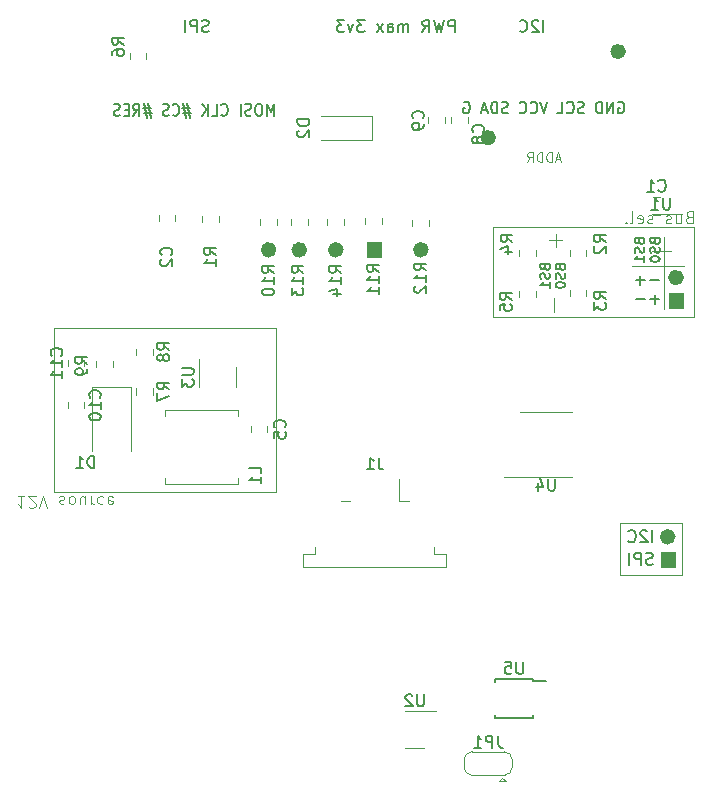
<source format=gbr>
%TF.GenerationSoftware,KiCad,Pcbnew,6.0.11+dfsg-1~bpo11+1*%
%TF.CreationDate,2023-05-27T18:01:48+00:00*%
%TF.ProjectId,OLED01,4f4c4544-3031-42e6-9b69-6361645f7063,rev?*%
%TF.SameCoordinates,PX72ba1e0PY737d6e0*%
%TF.FileFunction,Legend,Bot*%
%TF.FilePolarity,Positive*%
%FSLAX46Y46*%
G04 Gerber Fmt 4.6, Leading zero omitted, Abs format (unit mm)*
G04 Created by KiCad (PCBNEW 6.0.11+dfsg-1~bpo11+1) date 2023-05-27 18:01:48*
%MOMM*%
%LPD*%
G01*
G04 APERTURE LIST*
%ADD10C,0.120000*%
%ADD11C,0.660000*%
%ADD12C,0.100000*%
%ADD13C,0.150000*%
G04 APERTURE END LIST*
D10*
X50700000Y19800000D02*
X49500000Y19800000D01*
X49500000Y19800000D02*
X49500000Y18500000D01*
X49500000Y18500000D02*
X50700000Y18500000D01*
X50700000Y18500000D02*
X50700000Y19800000D01*
G36*
X50700000Y19800000D02*
G01*
X49500000Y19800000D01*
X49500000Y18500000D01*
X50700000Y18500000D01*
X50700000Y19800000D01*
G37*
D11*
X16630000Y45400000D02*
G75*
G03*
X16630000Y45400000I-330000J0D01*
G01*
D10*
X25800000Y46050000D02*
X24600000Y46050000D01*
X24600000Y46050000D02*
X24600000Y44750000D01*
X24600000Y44750000D02*
X25800000Y44750000D01*
X25800000Y44750000D02*
X25800000Y46050000D01*
G36*
X25800000Y46050000D02*
G01*
X24600000Y46050000D01*
X24600000Y44750000D01*
X25800000Y44750000D01*
X25800000Y46050000D01*
G37*
X52300000Y47300000D02*
X35300000Y47300000D01*
X35300000Y47300000D02*
X35300000Y39700000D01*
X35300000Y39700000D02*
X52300000Y39700000D01*
X52300000Y39700000D02*
X52300000Y47300000D01*
X49800000Y46500000D02*
X49800000Y40400000D01*
X-1875000Y24900000D02*
X16900000Y24900000D01*
X16900000Y24900000D02*
X16900000Y38800000D01*
X16900000Y38800000D02*
X-1875000Y38800000D01*
X-1875000Y38800000D02*
X-1875000Y24900000D01*
D11*
X46230000Y62200000D02*
G75*
G03*
X46230000Y62200000I-330000J0D01*
G01*
D10*
X51400000Y41750000D02*
X50200000Y41750000D01*
X50200000Y41750000D02*
X50200000Y40450000D01*
X50200000Y40450000D02*
X51400000Y40450000D01*
X51400000Y40450000D02*
X51400000Y41750000D01*
G36*
X51400000Y41750000D02*
G01*
X50200000Y41750000D01*
X50200000Y40450000D01*
X51400000Y40450000D01*
X51400000Y41750000D01*
G37*
X51300000Y22300000D02*
X46100000Y22300000D01*
X46100000Y22300000D02*
X46100000Y17900000D01*
X46100000Y17900000D02*
X51300000Y17900000D01*
X51300000Y17900000D02*
X51300000Y22300000D01*
D11*
X35230000Y54900000D02*
G75*
G03*
X35230000Y54900000I-330000J0D01*
G01*
X22330000Y45400000D02*
G75*
G03*
X22330000Y45400000I-330000J0D01*
G01*
X19230000Y45400000D02*
G75*
G03*
X19230000Y45400000I-330000J0D01*
G01*
X51130000Y43050000D02*
G75*
G03*
X51130000Y43050000I-330000J0D01*
G01*
X50430000Y21100000D02*
G75*
G03*
X50430000Y21100000I-330000J0D01*
G01*
X29530000Y45400000D02*
G75*
G03*
X29530000Y45400000I-330000J0D01*
G01*
D10*
X51500000Y44000000D02*
X47100000Y44000000D01*
D12*
X51900000Y48171429D02*
X51757142Y48123810D01*
X51709523Y48076191D01*
X51661904Y47980953D01*
X51661904Y47838096D01*
X51709523Y47742858D01*
X51757142Y47695239D01*
X51852380Y47647620D01*
X52233333Y47647620D01*
X52233333Y48647620D01*
X51900000Y48647620D01*
X51804761Y48600000D01*
X51757142Y48552381D01*
X51709523Y48457143D01*
X51709523Y48361905D01*
X51757142Y48266667D01*
X51804761Y48219048D01*
X51900000Y48171429D01*
X52233333Y48171429D01*
X50804761Y48314286D02*
X50804761Y47647620D01*
X51233333Y48314286D02*
X51233333Y47790477D01*
X51185714Y47695239D01*
X51090476Y47647620D01*
X50947619Y47647620D01*
X50852380Y47695239D01*
X50804761Y47742858D01*
X50376190Y47695239D02*
X50280952Y47647620D01*
X50090476Y47647620D01*
X49995238Y47695239D01*
X49947619Y47790477D01*
X49947619Y47838096D01*
X49995238Y47933334D01*
X50090476Y47980953D01*
X50233333Y47980953D01*
X50328571Y48028572D01*
X50376190Y48123810D01*
X50376190Y48171429D01*
X50328571Y48266667D01*
X50233333Y48314286D01*
X50090476Y48314286D01*
X49995238Y48266667D01*
X48804761Y47695239D02*
X48709523Y47647620D01*
X48519047Y47647620D01*
X48423809Y47695239D01*
X48376190Y47790477D01*
X48376190Y47838096D01*
X48423809Y47933334D01*
X48519047Y47980953D01*
X48661904Y47980953D01*
X48757142Y48028572D01*
X48804761Y48123810D01*
X48804761Y48171429D01*
X48757142Y48266667D01*
X48661904Y48314286D01*
X48519047Y48314286D01*
X48423809Y48266667D01*
X47566666Y47695239D02*
X47661904Y47647620D01*
X47852380Y47647620D01*
X47947619Y47695239D01*
X47995238Y47790477D01*
X47995238Y48171429D01*
X47947619Y48266667D01*
X47852380Y48314286D01*
X47661904Y48314286D01*
X47566666Y48266667D01*
X47519047Y48171429D01*
X47519047Y48076191D01*
X47995238Y47980953D01*
X46947619Y47647620D02*
X47042857Y47695239D01*
X47090476Y47790477D01*
X47090476Y48647620D01*
X46566666Y47742858D02*
X46519047Y47695239D01*
X46566666Y47647620D01*
X46614285Y47695239D01*
X46566666Y47742858D01*
X46566666Y47647620D01*
D13*
X45900000Y57900000D02*
X45985714Y57947620D01*
X46114285Y57947620D01*
X46242857Y57900000D01*
X46328571Y57804762D01*
X46371428Y57709524D01*
X46414285Y57519048D01*
X46414285Y57376191D01*
X46371428Y57185715D01*
X46328571Y57090477D01*
X46242857Y56995239D01*
X46114285Y56947620D01*
X46028571Y56947620D01*
X45900000Y56995239D01*
X45857142Y57042858D01*
X45857142Y57376191D01*
X46028571Y57376191D01*
X45471428Y56947620D02*
X45471428Y57947620D01*
X44957142Y56947620D01*
X44957142Y57947620D01*
X44528571Y56947620D02*
X44528571Y57947620D01*
X44314285Y57947620D01*
X44185714Y57900000D01*
X44100000Y57804762D01*
X44057142Y57709524D01*
X44014285Y57519048D01*
X44014285Y57376191D01*
X44057142Y57185715D01*
X44100000Y57090477D01*
X44185714Y56995239D01*
X44314285Y56947620D01*
X44528571Y56947620D01*
X42985714Y56995239D02*
X42857142Y56947620D01*
X42642857Y56947620D01*
X42557142Y56995239D01*
X42514285Y57042858D01*
X42471428Y57138096D01*
X42471428Y57233334D01*
X42514285Y57328572D01*
X42557142Y57376191D01*
X42642857Y57423810D01*
X42814285Y57471429D01*
X42900000Y57519048D01*
X42942857Y57566667D01*
X42985714Y57661905D01*
X42985714Y57757143D01*
X42942857Y57852381D01*
X42900000Y57900000D01*
X42814285Y57947620D01*
X42600000Y57947620D01*
X42471428Y57900000D01*
X41571428Y57042858D02*
X41614285Y56995239D01*
X41742857Y56947620D01*
X41828571Y56947620D01*
X41957142Y56995239D01*
X42042857Y57090477D01*
X42085714Y57185715D01*
X42128571Y57376191D01*
X42128571Y57519048D01*
X42085714Y57709524D01*
X42042857Y57804762D01*
X41957142Y57900000D01*
X41828571Y57947620D01*
X41742857Y57947620D01*
X41614285Y57900000D01*
X41571428Y57852381D01*
X40757142Y56947620D02*
X41185714Y56947620D01*
X41185714Y57947620D01*
X39900000Y57947620D02*
X39600000Y56947620D01*
X39300000Y57947620D01*
X38485714Y57042858D02*
X38528571Y56995239D01*
X38657142Y56947620D01*
X38742857Y56947620D01*
X38871428Y56995239D01*
X38957142Y57090477D01*
X39000000Y57185715D01*
X39042857Y57376191D01*
X39042857Y57519048D01*
X39000000Y57709524D01*
X38957142Y57804762D01*
X38871428Y57900000D01*
X38742857Y57947620D01*
X38657142Y57947620D01*
X38528571Y57900000D01*
X38485714Y57852381D01*
X37585714Y57042858D02*
X37628571Y56995239D01*
X37757142Y56947620D01*
X37842857Y56947620D01*
X37971428Y56995239D01*
X38057142Y57090477D01*
X38100000Y57185715D01*
X38142857Y57376191D01*
X38142857Y57519048D01*
X38100000Y57709524D01*
X38057142Y57804762D01*
X37971428Y57900000D01*
X37842857Y57947620D01*
X37757142Y57947620D01*
X37628571Y57900000D01*
X37585714Y57852381D01*
X36557142Y56995239D02*
X36428571Y56947620D01*
X36214285Y56947620D01*
X36128571Y56995239D01*
X36085714Y57042858D01*
X36042857Y57138096D01*
X36042857Y57233334D01*
X36085714Y57328572D01*
X36128571Y57376191D01*
X36214285Y57423810D01*
X36385714Y57471429D01*
X36471428Y57519048D01*
X36514285Y57566667D01*
X36557142Y57661905D01*
X36557142Y57757143D01*
X36514285Y57852381D01*
X36471428Y57900000D01*
X36385714Y57947620D01*
X36171428Y57947620D01*
X36042857Y57900000D01*
X35657142Y56947620D02*
X35657142Y57947620D01*
X35442857Y57947620D01*
X35314285Y57900000D01*
X35228571Y57804762D01*
X35185714Y57709524D01*
X35142857Y57519048D01*
X35142857Y57376191D01*
X35185714Y57185715D01*
X35228571Y57090477D01*
X35314285Y56995239D01*
X35442857Y56947620D01*
X35657142Y56947620D01*
X34800000Y57233334D02*
X34371428Y57233334D01*
X34885714Y56947620D02*
X34585714Y57947620D01*
X34285714Y56947620D01*
X32828571Y57900000D02*
X32914285Y57947620D01*
X33042857Y57947620D01*
X33171428Y57900000D01*
X33257142Y57804762D01*
X33300000Y57709524D01*
X33342857Y57519048D01*
X33342857Y57376191D01*
X33300000Y57185715D01*
X33257142Y57090477D01*
X33171428Y56995239D01*
X33042857Y56947620D01*
X32957142Y56947620D01*
X32828571Y56995239D01*
X32785714Y57042858D01*
X32785714Y57376191D01*
X32957142Y57376191D01*
X11223809Y63895239D02*
X11080952Y63847620D01*
X10842857Y63847620D01*
X10747619Y63895239D01*
X10700000Y63942858D01*
X10652380Y64038096D01*
X10652380Y64133334D01*
X10700000Y64228572D01*
X10747619Y64276191D01*
X10842857Y64323810D01*
X11033333Y64371429D01*
X11128571Y64419048D01*
X11176190Y64466667D01*
X11223809Y64561905D01*
X11223809Y64657143D01*
X11176190Y64752381D01*
X11128571Y64800000D01*
X11033333Y64847620D01*
X10795238Y64847620D01*
X10652380Y64800000D01*
X10223809Y63847620D02*
X10223809Y64847620D01*
X9842857Y64847620D01*
X9747619Y64800000D01*
X9700000Y64752381D01*
X9652380Y64657143D01*
X9652380Y64514286D01*
X9700000Y64419048D01*
X9747619Y64371429D01*
X9842857Y64323810D01*
X10223809Y64323810D01*
X9223809Y63847620D02*
X9223809Y64847620D01*
D12*
X-4376191Y24552381D02*
X-4947620Y24552381D01*
X-4661905Y24552381D02*
X-4661905Y23552381D01*
X-4757143Y23695239D01*
X-4852381Y23790477D01*
X-4947620Y23838096D01*
X-3995239Y23647620D02*
X-3947620Y23600000D01*
X-3852381Y23552381D01*
X-3614286Y23552381D01*
X-3519048Y23600000D01*
X-3471429Y23647620D01*
X-3423810Y23742858D01*
X-3423810Y23838096D01*
X-3471429Y23980953D01*
X-4042858Y24552381D01*
X-3423810Y24552381D01*
X-3138096Y23552381D02*
X-2804762Y24552381D01*
X-2471429Y23552381D01*
X-1423810Y24504762D02*
X-1328572Y24552381D01*
X-1138096Y24552381D01*
X-1042858Y24504762D01*
X-995239Y24409524D01*
X-995239Y24361905D01*
X-1042858Y24266667D01*
X-1138096Y24219048D01*
X-1280953Y24219048D01*
X-1376191Y24171429D01*
X-1423810Y24076191D01*
X-1423810Y24028572D01*
X-1376191Y23933334D01*
X-1280953Y23885715D01*
X-1138096Y23885715D01*
X-1042858Y23933334D01*
X-423810Y24552381D02*
X-519048Y24504762D01*
X-566667Y24457143D01*
X-614286Y24361905D01*
X-614286Y24076191D01*
X-566667Y23980953D01*
X-519048Y23933334D01*
X-423810Y23885715D01*
X-280953Y23885715D01*
X-185715Y23933334D01*
X-138096Y23980953D01*
X-90477Y24076191D01*
X-90477Y24361905D01*
X-138096Y24457143D01*
X-185715Y24504762D01*
X-280953Y24552381D01*
X-423810Y24552381D01*
X766666Y23885715D02*
X766666Y24552381D01*
X338095Y23885715D02*
X338095Y24409524D01*
X385714Y24504762D01*
X480952Y24552381D01*
X623809Y24552381D01*
X719047Y24504762D01*
X766666Y24457143D01*
X1242857Y24552381D02*
X1242857Y23885715D01*
X1242857Y24076191D02*
X1290476Y23980953D01*
X1338095Y23933334D01*
X1433333Y23885715D01*
X1528571Y23885715D01*
X2290476Y24504762D02*
X2195238Y24552381D01*
X2004761Y24552381D01*
X1909523Y24504762D01*
X1861904Y24457143D01*
X1814285Y24361905D01*
X1814285Y24076191D01*
X1861904Y23980953D01*
X1909523Y23933334D01*
X2004761Y23885715D01*
X2195238Y23885715D01*
X2290476Y23933334D01*
X3100000Y24504762D02*
X3004761Y24552381D01*
X2814285Y24552381D01*
X2719047Y24504762D01*
X2671428Y24409524D01*
X2671428Y24028572D01*
X2719047Y23933334D01*
X2814285Y23885715D01*
X3004761Y23885715D01*
X3100000Y23933334D01*
X3147619Y24028572D01*
X3147619Y24123810D01*
X2671428Y24219048D01*
D13*
X32052380Y63847620D02*
X32052380Y64847620D01*
X31671428Y64847620D01*
X31576190Y64800000D01*
X31528571Y64752381D01*
X31480952Y64657143D01*
X31480952Y64514286D01*
X31528571Y64419048D01*
X31576190Y64371429D01*
X31671428Y64323810D01*
X32052380Y64323810D01*
X31147619Y64847620D02*
X30909523Y63847620D01*
X30719047Y64561905D01*
X30528571Y63847620D01*
X30290476Y64847620D01*
X29338095Y63847620D02*
X29671428Y64323810D01*
X29909523Y63847620D02*
X29909523Y64847620D01*
X29528571Y64847620D01*
X29433333Y64800000D01*
X29385714Y64752381D01*
X29338095Y64657143D01*
X29338095Y64514286D01*
X29385714Y64419048D01*
X29433333Y64371429D01*
X29528571Y64323810D01*
X29909523Y64323810D01*
X28147619Y63847620D02*
X28147619Y64514286D01*
X28147619Y64419048D02*
X28100000Y64466667D01*
X28004761Y64514286D01*
X27861904Y64514286D01*
X27766666Y64466667D01*
X27719047Y64371429D01*
X27719047Y63847620D01*
X27719047Y64371429D02*
X27671428Y64466667D01*
X27576190Y64514286D01*
X27433333Y64514286D01*
X27338095Y64466667D01*
X27290476Y64371429D01*
X27290476Y63847620D01*
X26385714Y63847620D02*
X26385714Y64371429D01*
X26433333Y64466667D01*
X26528571Y64514286D01*
X26719047Y64514286D01*
X26814285Y64466667D01*
X26385714Y63895239D02*
X26480952Y63847620D01*
X26719047Y63847620D01*
X26814285Y63895239D01*
X26861904Y63990477D01*
X26861904Y64085715D01*
X26814285Y64180953D01*
X26719047Y64228572D01*
X26480952Y64228572D01*
X26385714Y64276191D01*
X26004761Y63847620D02*
X25480952Y64514286D01*
X26004761Y64514286D02*
X25480952Y63847620D01*
X24433333Y64847620D02*
X23814285Y64847620D01*
X24147619Y64466667D01*
X24004761Y64466667D01*
X23909523Y64419048D01*
X23861904Y64371429D01*
X23814285Y64276191D01*
X23814285Y64038096D01*
X23861904Y63942858D01*
X23909523Y63895239D01*
X24004761Y63847620D01*
X24290476Y63847620D01*
X24385714Y63895239D01*
X24433333Y63942858D01*
X23480952Y64514286D02*
X23242857Y63847620D01*
X23004761Y64514286D01*
X22719047Y64847620D02*
X22100000Y64847620D01*
X22433333Y64466667D01*
X22290476Y64466667D01*
X22195238Y64419048D01*
X22147619Y64371429D01*
X22100000Y64276191D01*
X22100000Y64038096D01*
X22147619Y63942858D01*
X22195238Y63895239D01*
X22290476Y63847620D01*
X22576190Y63847620D01*
X22671428Y63895239D01*
X22719047Y63942858D01*
X47698857Y46104762D02*
X47736952Y45990477D01*
X47775047Y45952381D01*
X47851238Y45914286D01*
X47965523Y45914286D01*
X48041714Y45952381D01*
X48079809Y45990477D01*
X48117904Y46066667D01*
X48117904Y46371429D01*
X47317904Y46371429D01*
X47317904Y46104762D01*
X47356000Y46028572D01*
X47394095Y45990477D01*
X47470285Y45952381D01*
X47546476Y45952381D01*
X47622666Y45990477D01*
X47660761Y46028572D01*
X47698857Y46104762D01*
X47698857Y46371429D01*
X48079809Y45609524D02*
X48117904Y45495239D01*
X48117904Y45304762D01*
X48079809Y45228572D01*
X48041714Y45190477D01*
X47965523Y45152381D01*
X47889333Y45152381D01*
X47813142Y45190477D01*
X47775047Y45228572D01*
X47736952Y45304762D01*
X47698857Y45457143D01*
X47660761Y45533334D01*
X47622666Y45571429D01*
X47546476Y45609524D01*
X47470285Y45609524D01*
X47394095Y45571429D01*
X47356000Y45533334D01*
X47317904Y45457143D01*
X47317904Y45266667D01*
X47356000Y45152381D01*
X48117904Y44390477D02*
X48117904Y44847620D01*
X48117904Y44619048D02*
X47317904Y44619048D01*
X47432190Y44695239D01*
X47508380Y44771429D01*
X47546476Y44847620D01*
X48986857Y46104762D02*
X49024952Y45990477D01*
X49063047Y45952381D01*
X49139238Y45914286D01*
X49253523Y45914286D01*
X49329714Y45952381D01*
X49367809Y45990477D01*
X49405904Y46066667D01*
X49405904Y46371429D01*
X48605904Y46371429D01*
X48605904Y46104762D01*
X48644000Y46028572D01*
X48682095Y45990477D01*
X48758285Y45952381D01*
X48834476Y45952381D01*
X48910666Y45990477D01*
X48948761Y46028572D01*
X48986857Y46104762D01*
X48986857Y46371429D01*
X49367809Y45609524D02*
X49405904Y45495239D01*
X49405904Y45304762D01*
X49367809Y45228572D01*
X49329714Y45190477D01*
X49253523Y45152381D01*
X49177333Y45152381D01*
X49101142Y45190477D01*
X49063047Y45228572D01*
X49024952Y45304762D01*
X48986857Y45457143D01*
X48948761Y45533334D01*
X48910666Y45571429D01*
X48834476Y45609524D01*
X48758285Y45609524D01*
X48682095Y45571429D01*
X48644000Y45533334D01*
X48605904Y45457143D01*
X48605904Y45266667D01*
X48644000Y45152381D01*
X48605904Y44657143D02*
X48605904Y44580953D01*
X48644000Y44504762D01*
X48682095Y44466667D01*
X48758285Y44428572D01*
X48910666Y44390477D01*
X49101142Y44390477D01*
X49253523Y44428572D01*
X49329714Y44466667D01*
X49367809Y44504762D01*
X49405904Y44580953D01*
X49405904Y44657143D01*
X49367809Y44733334D01*
X49329714Y44771429D01*
X49253523Y44809524D01*
X49101142Y44847620D01*
X48910666Y44847620D01*
X48758285Y44809524D01*
X48682095Y44771429D01*
X48644000Y44733334D01*
X48605904Y44657143D01*
D12*
X40990476Y53066667D02*
X40609523Y53066667D01*
X41066666Y52838096D02*
X40800000Y53638096D01*
X40533333Y52838096D01*
X40266666Y52838096D02*
X40266666Y53638096D01*
X40076190Y53638096D01*
X39961904Y53600000D01*
X39885714Y53523810D01*
X39847619Y53447620D01*
X39809523Y53295239D01*
X39809523Y53180953D01*
X39847619Y53028572D01*
X39885714Y52952381D01*
X39961904Y52876191D01*
X40076190Y52838096D01*
X40266666Y52838096D01*
X39466666Y52838096D02*
X39466666Y53638096D01*
X39276190Y53638096D01*
X39161904Y53600000D01*
X39085714Y53523810D01*
X39047619Y53447620D01*
X39009523Y53295239D01*
X39009523Y53180953D01*
X39047619Y53028572D01*
X39085714Y52952381D01*
X39161904Y52876191D01*
X39276190Y52838096D01*
X39466666Y52838096D01*
X38209523Y52838096D02*
X38476190Y53219048D01*
X38666666Y52838096D02*
X38666666Y53638096D01*
X38361904Y53638096D01*
X38285714Y53600000D01*
X38247619Y53561905D01*
X38209523Y53485715D01*
X38209523Y53371429D01*
X38247619Y53295239D01*
X38285714Y53257143D01*
X38361904Y53219048D01*
X38666666Y53219048D01*
D13*
X48776190Y20647620D02*
X48776190Y21647620D01*
X48347619Y21552381D02*
X48300000Y21600000D01*
X48204761Y21647620D01*
X47966666Y21647620D01*
X47871428Y21600000D01*
X47823809Y21552381D01*
X47776190Y21457143D01*
X47776190Y21361905D01*
X47823809Y21219048D01*
X48395238Y20647620D01*
X47776190Y20647620D01*
X46776190Y20742858D02*
X46823809Y20695239D01*
X46966666Y20647620D01*
X47061904Y20647620D01*
X47204761Y20695239D01*
X47300000Y20790477D01*
X47347619Y20885715D01*
X47395238Y21076191D01*
X47395238Y21219048D01*
X47347619Y21409524D01*
X47300000Y21504762D01*
X47204761Y21600000D01*
X47061904Y21647620D01*
X46966666Y21647620D01*
X46823809Y21600000D01*
X46776190Y21552381D01*
D12*
X40507142Y41271429D02*
X40507142Y40128572D01*
X40607142Y46771429D02*
X40607142Y45628572D01*
X41178571Y46200000D02*
X40035714Y46200000D01*
D13*
X39576190Y63847620D02*
X39576190Y64847620D01*
X39147619Y64752381D02*
X39100000Y64800000D01*
X39004761Y64847620D01*
X38766666Y64847620D01*
X38671428Y64800000D01*
X38623809Y64752381D01*
X38576190Y64657143D01*
X38576190Y64561905D01*
X38623809Y64419048D01*
X39195238Y63847620D01*
X38576190Y63847620D01*
X37576190Y63942858D02*
X37623809Y63895239D01*
X37766666Y63847620D01*
X37861904Y63847620D01*
X38004761Y63895239D01*
X38100000Y63990477D01*
X38147619Y64085715D01*
X38195238Y64276191D01*
X38195238Y64419048D01*
X38147619Y64609524D01*
X38100000Y64704762D01*
X38004761Y64800000D01*
X37861904Y64847620D01*
X37766666Y64847620D01*
X37623809Y64800000D01*
X37576190Y64752381D01*
X16771428Y56747620D02*
X16771428Y57747620D01*
X16471428Y57033334D01*
X16171428Y57747620D01*
X16171428Y56747620D01*
X15571428Y57747620D02*
X15400000Y57747620D01*
X15314285Y57700000D01*
X15228571Y57604762D01*
X15185714Y57414286D01*
X15185714Y57080953D01*
X15228571Y56890477D01*
X15314285Y56795239D01*
X15400000Y56747620D01*
X15571428Y56747620D01*
X15657142Y56795239D01*
X15742857Y56890477D01*
X15785714Y57080953D01*
X15785714Y57414286D01*
X15742857Y57604762D01*
X15657142Y57700000D01*
X15571428Y57747620D01*
X14842857Y56795239D02*
X14714285Y56747620D01*
X14500000Y56747620D01*
X14414285Y56795239D01*
X14371428Y56842858D01*
X14328571Y56938096D01*
X14328571Y57033334D01*
X14371428Y57128572D01*
X14414285Y57176191D01*
X14500000Y57223810D01*
X14671428Y57271429D01*
X14757142Y57319048D01*
X14800000Y57366667D01*
X14842857Y57461905D01*
X14842857Y57557143D01*
X14800000Y57652381D01*
X14757142Y57700000D01*
X14671428Y57747620D01*
X14457142Y57747620D01*
X14328571Y57700000D01*
X13942857Y56747620D02*
X13942857Y57747620D01*
X12314285Y56842858D02*
X12357142Y56795239D01*
X12485714Y56747620D01*
X12571428Y56747620D01*
X12700000Y56795239D01*
X12785714Y56890477D01*
X12828571Y56985715D01*
X12871428Y57176191D01*
X12871428Y57319048D01*
X12828571Y57509524D01*
X12785714Y57604762D01*
X12700000Y57700000D01*
X12571428Y57747620D01*
X12485714Y57747620D01*
X12357142Y57700000D01*
X12314285Y57652381D01*
X11500000Y56747620D02*
X11928571Y56747620D01*
X11928571Y57747620D01*
X11200000Y56747620D02*
X11200000Y57747620D01*
X10685714Y56747620D02*
X11071428Y57319048D01*
X10685714Y57747620D02*
X11200000Y57176191D01*
X9657142Y57414286D02*
X9014285Y57414286D01*
X9400000Y57842858D02*
X9657142Y56557143D01*
X9100000Y56985715D02*
X9742857Y56985715D01*
X9357142Y56557143D02*
X9100000Y57842858D01*
X8200000Y56842858D02*
X8242857Y56795239D01*
X8371428Y56747620D01*
X8457142Y56747620D01*
X8585714Y56795239D01*
X8671428Y56890477D01*
X8714285Y56985715D01*
X8757142Y57176191D01*
X8757142Y57319048D01*
X8714285Y57509524D01*
X8671428Y57604762D01*
X8585714Y57700000D01*
X8457142Y57747620D01*
X8371428Y57747620D01*
X8242857Y57700000D01*
X8200000Y57652381D01*
X7857142Y56795239D02*
X7728571Y56747620D01*
X7514285Y56747620D01*
X7428571Y56795239D01*
X7385714Y56842858D01*
X7342857Y56938096D01*
X7342857Y57033334D01*
X7385714Y57128572D01*
X7428571Y57176191D01*
X7514285Y57223810D01*
X7685714Y57271429D01*
X7771428Y57319048D01*
X7814285Y57366667D01*
X7857142Y57461905D01*
X7857142Y57557143D01*
X7814285Y57652381D01*
X7771428Y57700000D01*
X7685714Y57747620D01*
X7471428Y57747620D01*
X7342857Y57700000D01*
X6314285Y57414286D02*
X5671428Y57414286D01*
X6057142Y57842858D02*
X6314285Y56557143D01*
X5757142Y56985715D02*
X6400000Y56985715D01*
X6014285Y56557143D02*
X5757142Y57842858D01*
X4857142Y56747620D02*
X5157142Y57223810D01*
X5371428Y56747620D02*
X5371428Y57747620D01*
X5028571Y57747620D01*
X4942857Y57700000D01*
X4900000Y57652381D01*
X4857142Y57557143D01*
X4857142Y57414286D01*
X4900000Y57319048D01*
X4942857Y57271429D01*
X5028571Y57223810D01*
X5371428Y57223810D01*
X4471428Y57271429D02*
X4171428Y57271429D01*
X4042857Y56747620D02*
X4471428Y56747620D01*
X4471428Y57747620D01*
X4042857Y57747620D01*
X3700000Y56795239D02*
X3571428Y56747620D01*
X3357142Y56747620D01*
X3271428Y56795239D01*
X3228571Y56842858D01*
X3185714Y56938096D01*
X3185714Y57033334D01*
X3228571Y57128572D01*
X3271428Y57176191D01*
X3357142Y57223810D01*
X3528571Y57271429D01*
X3614285Y57319048D01*
X3657142Y57366667D01*
X3700000Y57461905D01*
X3700000Y57557143D01*
X3657142Y57652381D01*
X3614285Y57700000D01*
X3528571Y57747620D01*
X3314285Y57747620D01*
X3185714Y57700000D01*
X48823809Y18795239D02*
X48680952Y18747620D01*
X48442857Y18747620D01*
X48347619Y18795239D01*
X48300000Y18842858D01*
X48252380Y18938096D01*
X48252380Y19033334D01*
X48300000Y19128572D01*
X48347619Y19176191D01*
X48442857Y19223810D01*
X48633333Y19271429D01*
X48728571Y19319048D01*
X48776190Y19366667D01*
X48823809Y19461905D01*
X48823809Y19557143D01*
X48776190Y19652381D01*
X48728571Y19700000D01*
X48633333Y19747620D01*
X48395238Y19747620D01*
X48252380Y19700000D01*
X47823809Y18747620D02*
X47823809Y19747620D01*
X47442857Y19747620D01*
X47347619Y19700000D01*
X47300000Y19652381D01*
X47252380Y19557143D01*
X47252380Y19414286D01*
X47300000Y19319048D01*
X47347619Y19271429D01*
X47442857Y19223810D01*
X47823809Y19223810D01*
X46823809Y18747620D02*
X46823809Y19747620D01*
X39698857Y43904762D02*
X39736952Y43790477D01*
X39775047Y43752381D01*
X39851238Y43714286D01*
X39965523Y43714286D01*
X40041714Y43752381D01*
X40079809Y43790477D01*
X40117904Y43866667D01*
X40117904Y44171429D01*
X39317904Y44171429D01*
X39317904Y43904762D01*
X39356000Y43828572D01*
X39394095Y43790477D01*
X39470285Y43752381D01*
X39546476Y43752381D01*
X39622666Y43790477D01*
X39660761Y43828572D01*
X39698857Y43904762D01*
X39698857Y44171429D01*
X40079809Y43409524D02*
X40117904Y43295239D01*
X40117904Y43104762D01*
X40079809Y43028572D01*
X40041714Y42990477D01*
X39965523Y42952381D01*
X39889333Y42952381D01*
X39813142Y42990477D01*
X39775047Y43028572D01*
X39736952Y43104762D01*
X39698857Y43257143D01*
X39660761Y43333334D01*
X39622666Y43371429D01*
X39546476Y43409524D01*
X39470285Y43409524D01*
X39394095Y43371429D01*
X39356000Y43333334D01*
X39317904Y43257143D01*
X39317904Y43066667D01*
X39356000Y42952381D01*
X40117904Y42190477D02*
X40117904Y42647620D01*
X40117904Y42419048D02*
X39317904Y42419048D01*
X39432190Y42495239D01*
X39508380Y42571429D01*
X39546476Y42647620D01*
X40986857Y43904762D02*
X41024952Y43790477D01*
X41063047Y43752381D01*
X41139238Y43714286D01*
X41253523Y43714286D01*
X41329714Y43752381D01*
X41367809Y43790477D01*
X41405904Y43866667D01*
X41405904Y44171429D01*
X40605904Y44171429D01*
X40605904Y43904762D01*
X40644000Y43828572D01*
X40682095Y43790477D01*
X40758285Y43752381D01*
X40834476Y43752381D01*
X40910666Y43790477D01*
X40948761Y43828572D01*
X40986857Y43904762D01*
X40986857Y44171429D01*
X41367809Y43409524D02*
X41405904Y43295239D01*
X41405904Y43104762D01*
X41367809Y43028572D01*
X41329714Y42990477D01*
X41253523Y42952381D01*
X41177333Y42952381D01*
X41101142Y42990477D01*
X41063047Y43028572D01*
X41024952Y43104762D01*
X40986857Y43257143D01*
X40948761Y43333334D01*
X40910666Y43371429D01*
X40834476Y43409524D01*
X40758285Y43409524D01*
X40682095Y43371429D01*
X40644000Y43333334D01*
X40605904Y43257143D01*
X40605904Y43066667D01*
X40644000Y42952381D01*
X40605904Y42457143D02*
X40605904Y42380953D01*
X40644000Y42304762D01*
X40682095Y42266667D01*
X40758285Y42228572D01*
X40910666Y42190477D01*
X41101142Y42190477D01*
X41253523Y42228572D01*
X41329714Y42266667D01*
X41367809Y42304762D01*
X41405904Y42380953D01*
X41405904Y42457143D01*
X41367809Y42533334D01*
X41329714Y42571429D01*
X41253523Y42609524D01*
X41101142Y42647620D01*
X40910666Y42647620D01*
X40758285Y42609524D01*
X40682095Y42571429D01*
X40644000Y42533334D01*
X40605904Y42457143D01*
X49400000Y42833572D02*
X48638095Y42833572D01*
X48161904Y42833572D02*
X47400000Y42833572D01*
X47780952Y42452620D02*
X47780952Y43214524D01*
X49400000Y41223572D02*
X48638095Y41223572D01*
X49019047Y40842620D02*
X49019047Y41604524D01*
X48161904Y41223572D02*
X47400000Y41223572D01*
%TO.C,L1*%
X15652380Y26466667D02*
X15652380Y26942858D01*
X14652380Y26942858D01*
X15652380Y25609524D02*
X15652380Y26180953D01*
X15652380Y25895239D02*
X14652380Y25895239D01*
X14795238Y25990477D01*
X14890476Y26085715D01*
X14938095Y26180953D01*
%TO.C,R10*%
X16752380Y43442858D02*
X16276190Y43776191D01*
X16752380Y44014286D02*
X15752380Y44014286D01*
X15752380Y43633334D01*
X15800000Y43538096D01*
X15847619Y43490477D01*
X15942857Y43442858D01*
X16085714Y43442858D01*
X16180952Y43490477D01*
X16228571Y43538096D01*
X16276190Y43633334D01*
X16276190Y44014286D01*
X16752380Y42490477D02*
X16752380Y43061905D01*
X16752380Y42776191D02*
X15752380Y42776191D01*
X15895238Y42871429D01*
X15990476Y42966667D01*
X16038095Y43061905D01*
X15752380Y41871429D02*
X15752380Y41776191D01*
X15800000Y41680953D01*
X15847619Y41633334D01*
X15942857Y41585715D01*
X16133333Y41538096D01*
X16371428Y41538096D01*
X16561904Y41585715D01*
X16657142Y41633334D01*
X16704761Y41680953D01*
X16752380Y41776191D01*
X16752380Y41871429D01*
X16704761Y41966667D01*
X16657142Y42014286D01*
X16561904Y42061905D01*
X16371428Y42109524D01*
X16133333Y42109524D01*
X15942857Y42061905D01*
X15847619Y42014286D01*
X15800000Y41966667D01*
X15752380Y41871429D01*
%TO.C,R3*%
X44852380Y41266667D02*
X44376190Y41600000D01*
X44852380Y41838096D02*
X43852380Y41838096D01*
X43852380Y41457143D01*
X43900000Y41361905D01*
X43947619Y41314286D01*
X44042857Y41266667D01*
X44185714Y41266667D01*
X44280952Y41314286D01*
X44328571Y41361905D01*
X44376190Y41457143D01*
X44376190Y41838096D01*
X43852380Y40933334D02*
X43852380Y40314286D01*
X44233333Y40647620D01*
X44233333Y40504762D01*
X44280952Y40409524D01*
X44328571Y40361905D01*
X44423809Y40314286D01*
X44661904Y40314286D01*
X44757142Y40361905D01*
X44804761Y40409524D01*
X44852380Y40504762D01*
X44852380Y40790477D01*
X44804761Y40885715D01*
X44757142Y40933334D01*
%TO.C,U3*%
X8952721Y35385552D02*
X9762245Y35385552D01*
X9857483Y35337933D01*
X9905102Y35290314D01*
X9952721Y35195076D01*
X9952721Y35004600D01*
X9905102Y34909362D01*
X9857483Y34861743D01*
X9762245Y34814124D01*
X8952721Y34814124D01*
X8952721Y34433171D02*
X8952721Y33814124D01*
X9333674Y34147457D01*
X9333674Y34004600D01*
X9381293Y33909362D01*
X9428912Y33861743D01*
X9524150Y33814124D01*
X9762245Y33814124D01*
X9857483Y33861743D01*
X9905102Y33909362D01*
X9952721Y34004600D01*
X9952721Y34290314D01*
X9905102Y34385552D01*
X9857483Y34433171D01*
%TO.C,R1*%
X11852380Y44966667D02*
X11376190Y45300000D01*
X11852380Y45538096D02*
X10852380Y45538096D01*
X10852380Y45157143D01*
X10900000Y45061905D01*
X10947619Y45014286D01*
X11042857Y44966667D01*
X11185714Y44966667D01*
X11280952Y45014286D01*
X11328571Y45061905D01*
X11376190Y45157143D01*
X11376190Y45538096D01*
X11852380Y44014286D02*
X11852380Y44585715D01*
X11852380Y44300000D02*
X10852380Y44300000D01*
X10995238Y44395239D01*
X11090476Y44490477D01*
X11138095Y44585715D01*
%TO.C,J1*%
X25633333Y27797620D02*
X25633333Y27083334D01*
X25680952Y26940477D01*
X25776190Y26845239D01*
X25919047Y26797620D01*
X26014285Y26797620D01*
X24633333Y26797620D02*
X25204761Y26797620D01*
X24919047Y26797620D02*
X24919047Y27797620D01*
X25014285Y27654762D01*
X25109523Y27559524D01*
X25204761Y27511905D01*
%TO.C,R4*%
X36952380Y46066667D02*
X36476190Y46400000D01*
X36952380Y46638096D02*
X35952380Y46638096D01*
X35952380Y46257143D01*
X36000000Y46161905D01*
X36047619Y46114286D01*
X36142857Y46066667D01*
X36285714Y46066667D01*
X36380952Y46114286D01*
X36428571Y46161905D01*
X36476190Y46257143D01*
X36476190Y46638096D01*
X36285714Y45209524D02*
X36952380Y45209524D01*
X35904761Y45447620D02*
X36619047Y45685715D01*
X36619047Y45066667D01*
%TO.C,D2*%
X19752380Y56438096D02*
X18752380Y56438096D01*
X18752380Y56200000D01*
X18800000Y56057143D01*
X18895238Y55961905D01*
X18990476Y55914286D01*
X19180952Y55866667D01*
X19323809Y55866667D01*
X19514285Y55914286D01*
X19609523Y55961905D01*
X19704761Y56057143D01*
X19752380Y56200000D01*
X19752380Y56438096D01*
X18847619Y55485715D02*
X18800000Y55438096D01*
X18752380Y55342858D01*
X18752380Y55104762D01*
X18800000Y55009524D01*
X18847619Y54961905D01*
X18942857Y54914286D01*
X19038095Y54914286D01*
X19180952Y54961905D01*
X19752380Y55533334D01*
X19752380Y54914286D01*
%TO.C,C8*%
X34457142Y55366667D02*
X34504761Y55414286D01*
X34552380Y55557143D01*
X34552380Y55652381D01*
X34504761Y55795239D01*
X34409523Y55890477D01*
X34314285Y55938096D01*
X34123809Y55985715D01*
X33980952Y55985715D01*
X33790476Y55938096D01*
X33695238Y55890477D01*
X33600000Y55795239D01*
X33552380Y55652381D01*
X33552380Y55557143D01*
X33600000Y55414286D01*
X33647619Y55366667D01*
X33980952Y54795239D02*
X33933333Y54890477D01*
X33885714Y54938096D01*
X33790476Y54985715D01*
X33742857Y54985715D01*
X33647619Y54938096D01*
X33600000Y54890477D01*
X33552380Y54795239D01*
X33552380Y54604762D01*
X33600000Y54509524D01*
X33647619Y54461905D01*
X33742857Y54414286D01*
X33790476Y54414286D01*
X33885714Y54461905D01*
X33933333Y54509524D01*
X33980952Y54604762D01*
X33980952Y54795239D01*
X34028571Y54890477D01*
X34076190Y54938096D01*
X34171428Y54985715D01*
X34361904Y54985715D01*
X34457142Y54938096D01*
X34504761Y54890477D01*
X34552380Y54795239D01*
X34552380Y54604762D01*
X34504761Y54509524D01*
X34457142Y54461905D01*
X34361904Y54414286D01*
X34171428Y54414286D01*
X34076190Y54461905D01*
X34028571Y54509524D01*
X33980952Y54604762D01*
%TO.C,R13*%
X19252380Y43442858D02*
X18776190Y43776191D01*
X19252380Y44014286D02*
X18252380Y44014286D01*
X18252380Y43633334D01*
X18300000Y43538096D01*
X18347619Y43490477D01*
X18442857Y43442858D01*
X18585714Y43442858D01*
X18680952Y43490477D01*
X18728571Y43538096D01*
X18776190Y43633334D01*
X18776190Y44014286D01*
X19252380Y42490477D02*
X19252380Y43061905D01*
X19252380Y42776191D02*
X18252380Y42776191D01*
X18395238Y42871429D01*
X18490476Y42966667D01*
X18538095Y43061905D01*
X18252380Y42157143D02*
X18252380Y41538096D01*
X18633333Y41871429D01*
X18633333Y41728572D01*
X18680952Y41633334D01*
X18728571Y41585715D01*
X18823809Y41538096D01*
X19061904Y41538096D01*
X19157142Y41585715D01*
X19204761Y41633334D01*
X19252380Y41728572D01*
X19252380Y42014286D01*
X19204761Y42109524D01*
X19157142Y42157143D01*
%TO.C,D1*%
X1538095Y26947620D02*
X1538095Y27947620D01*
X1300000Y27947620D01*
X1157142Y27900000D01*
X1061904Y27804762D01*
X1014285Y27709524D01*
X966666Y27519048D01*
X966666Y27376191D01*
X1014285Y27185715D01*
X1061904Y27090477D01*
X1157142Y26995239D01*
X1300000Y26947620D01*
X1538095Y26947620D01*
X14285Y26947620D02*
X585714Y26947620D01*
X300000Y26947620D02*
X300000Y27947620D01*
X395238Y27804762D01*
X490476Y27709524D01*
X585714Y27661905D01*
%TO.C,U2*%
X29461904Y7747620D02*
X29461904Y6938096D01*
X29414285Y6842858D01*
X29366666Y6795239D01*
X29271428Y6747620D01*
X29080952Y6747620D01*
X28985714Y6795239D01*
X28938095Y6842858D01*
X28890476Y6938096D01*
X28890476Y7747620D01*
X28461904Y7652381D02*
X28414285Y7700000D01*
X28319047Y7747620D01*
X28080952Y7747620D01*
X27985714Y7700000D01*
X27938095Y7652381D01*
X27890476Y7557143D01*
X27890476Y7461905D01*
X27938095Y7319048D01*
X28509523Y6747620D01*
X27890476Y6747620D01*
%TO.C,U5*%
X37861904Y10497620D02*
X37861904Y9688096D01*
X37814285Y9592858D01*
X37766666Y9545239D01*
X37671428Y9497620D01*
X37480952Y9497620D01*
X37385714Y9545239D01*
X37338095Y9592858D01*
X37290476Y9688096D01*
X37290476Y10497620D01*
X36338095Y10497620D02*
X36814285Y10497620D01*
X36861904Y10021429D01*
X36814285Y10069048D01*
X36719047Y10116667D01*
X36480952Y10116667D01*
X36385714Y10069048D01*
X36338095Y10021429D01*
X36290476Y9926191D01*
X36290476Y9688096D01*
X36338095Y9592858D01*
X36385714Y9545239D01*
X36480952Y9497620D01*
X36719047Y9497620D01*
X36814285Y9545239D01*
X36861904Y9592858D01*
%TO.C,R7*%
X7902380Y33566667D02*
X7426190Y33900000D01*
X7902380Y34138096D02*
X6902380Y34138096D01*
X6902380Y33757143D01*
X6950000Y33661905D01*
X6997619Y33614286D01*
X7092857Y33566667D01*
X7235714Y33566667D01*
X7330952Y33614286D01*
X7378571Y33661905D01*
X7426190Y33757143D01*
X7426190Y34138096D01*
X6902380Y33233334D02*
X6902380Y32566667D01*
X7902380Y32995239D01*
%TO.C,C11*%
X-1242858Y36442858D02*
X-1195239Y36490477D01*
X-1147620Y36633334D01*
X-1147620Y36728572D01*
X-1195239Y36871429D01*
X-1290477Y36966667D01*
X-1385715Y37014286D01*
X-1576191Y37061905D01*
X-1719048Y37061905D01*
X-1909524Y37014286D01*
X-2004762Y36966667D01*
X-2100000Y36871429D01*
X-2147620Y36728572D01*
X-2147620Y36633334D01*
X-2100000Y36490477D01*
X-2052381Y36442858D01*
X-1147620Y35490477D02*
X-1147620Y36061905D01*
X-1147620Y35776191D02*
X-2147620Y35776191D01*
X-2004762Y35871429D01*
X-1909524Y35966667D01*
X-1861905Y36061905D01*
X-1147620Y34538096D02*
X-1147620Y35109524D01*
X-1147620Y34823810D02*
X-2147620Y34823810D01*
X-2004762Y34919048D01*
X-1909524Y35014286D01*
X-1861905Y35109524D01*
%TO.C,U4*%
X40561904Y25997620D02*
X40561904Y25188096D01*
X40514285Y25092858D01*
X40466666Y25045239D01*
X40371428Y24997620D01*
X40180952Y24997620D01*
X40085714Y25045239D01*
X40038095Y25092858D01*
X39990476Y25188096D01*
X39990476Y25997620D01*
X39085714Y25664286D02*
X39085714Y24997620D01*
X39323809Y26045239D02*
X39561904Y25330953D01*
X38942857Y25330953D01*
%TO.C,R6*%
X4052380Y62766667D02*
X3576190Y63100000D01*
X4052380Y63338096D02*
X3052380Y63338096D01*
X3052380Y62957143D01*
X3100000Y62861905D01*
X3147619Y62814286D01*
X3242857Y62766667D01*
X3385714Y62766667D01*
X3480952Y62814286D01*
X3528571Y62861905D01*
X3576190Y62957143D01*
X3576190Y63338096D01*
X3052380Y61909524D02*
X3052380Y62100000D01*
X3100000Y62195239D01*
X3147619Y62242858D01*
X3290476Y62338096D01*
X3480952Y62385715D01*
X3861904Y62385715D01*
X3957142Y62338096D01*
X4004761Y62290477D01*
X4052380Y62195239D01*
X4052380Y62004762D01*
X4004761Y61909524D01*
X3957142Y61861905D01*
X3861904Y61814286D01*
X3623809Y61814286D01*
X3528571Y61861905D01*
X3480952Y61909524D01*
X3433333Y62004762D01*
X3433333Y62195239D01*
X3480952Y62290477D01*
X3528571Y62338096D01*
X3623809Y62385715D01*
%TO.C,R2*%
X44852380Y46066667D02*
X44376190Y46400000D01*
X44852380Y46638096D02*
X43852380Y46638096D01*
X43852380Y46257143D01*
X43900000Y46161905D01*
X43947619Y46114286D01*
X44042857Y46066667D01*
X44185714Y46066667D01*
X44280952Y46114286D01*
X44328571Y46161905D01*
X44376190Y46257143D01*
X44376190Y46638096D01*
X43947619Y45685715D02*
X43900000Y45638096D01*
X43852380Y45542858D01*
X43852380Y45304762D01*
X43900000Y45209524D01*
X43947619Y45161905D01*
X44042857Y45114286D01*
X44138095Y45114286D01*
X44280952Y45161905D01*
X44852380Y45733334D01*
X44852380Y45114286D01*
%TO.C,JP1*%
X35733333Y4247620D02*
X35733333Y3533334D01*
X35780952Y3390477D01*
X35876190Y3295239D01*
X36019047Y3247620D01*
X36114285Y3247620D01*
X35257142Y3247620D02*
X35257142Y4247620D01*
X34876190Y4247620D01*
X34780952Y4200000D01*
X34733333Y4152381D01*
X34685714Y4057143D01*
X34685714Y3914286D01*
X34733333Y3819048D01*
X34780952Y3771429D01*
X34876190Y3723810D01*
X35257142Y3723810D01*
X33733333Y3247620D02*
X34304761Y3247620D01*
X34019047Y3247620D02*
X34019047Y4247620D01*
X34114285Y4104762D01*
X34209523Y4009524D01*
X34304761Y3961905D01*
%TO.C,C2*%
X8057142Y44966667D02*
X8104761Y45014286D01*
X8152380Y45157143D01*
X8152380Y45252381D01*
X8104761Y45395239D01*
X8009523Y45490477D01*
X7914285Y45538096D01*
X7723809Y45585715D01*
X7580952Y45585715D01*
X7390476Y45538096D01*
X7295238Y45490477D01*
X7200000Y45395239D01*
X7152380Y45252381D01*
X7152380Y45157143D01*
X7200000Y45014286D01*
X7247619Y44966667D01*
X7247619Y44585715D02*
X7200000Y44538096D01*
X7152380Y44442858D01*
X7152380Y44204762D01*
X7200000Y44109524D01*
X7247619Y44061905D01*
X7342857Y44014286D01*
X7438095Y44014286D01*
X7580952Y44061905D01*
X8152380Y44633334D01*
X8152380Y44014286D01*
%TO.C,R12*%
X29652380Y43642858D02*
X29176190Y43976191D01*
X29652380Y44214286D02*
X28652380Y44214286D01*
X28652380Y43833334D01*
X28700000Y43738096D01*
X28747619Y43690477D01*
X28842857Y43642858D01*
X28985714Y43642858D01*
X29080952Y43690477D01*
X29128571Y43738096D01*
X29176190Y43833334D01*
X29176190Y44214286D01*
X29652380Y42690477D02*
X29652380Y43261905D01*
X29652380Y42976191D02*
X28652380Y42976191D01*
X28795238Y43071429D01*
X28890476Y43166667D01*
X28938095Y43261905D01*
X28747619Y42309524D02*
X28700000Y42261905D01*
X28652380Y42166667D01*
X28652380Y41928572D01*
X28700000Y41833334D01*
X28747619Y41785715D01*
X28842857Y41738096D01*
X28938095Y41738096D01*
X29080952Y41785715D01*
X29652380Y42357143D01*
X29652380Y41738096D01*
%TO.C,R5*%
X36877380Y41166667D02*
X36401190Y41500000D01*
X36877380Y41738096D02*
X35877380Y41738096D01*
X35877380Y41357143D01*
X35925000Y41261905D01*
X35972619Y41214286D01*
X36067857Y41166667D01*
X36210714Y41166667D01*
X36305952Y41214286D01*
X36353571Y41261905D01*
X36401190Y41357143D01*
X36401190Y41738096D01*
X35877380Y40261905D02*
X35877380Y40738096D01*
X36353571Y40785715D01*
X36305952Y40738096D01*
X36258333Y40642858D01*
X36258333Y40404762D01*
X36305952Y40309524D01*
X36353571Y40261905D01*
X36448809Y40214286D01*
X36686904Y40214286D01*
X36782142Y40261905D01*
X36829761Y40309524D01*
X36877380Y40404762D01*
X36877380Y40642858D01*
X36829761Y40738096D01*
X36782142Y40785715D01*
%TO.C,R8*%
X7902380Y36929167D02*
X7426190Y37262500D01*
X7902380Y37500596D02*
X6902380Y37500596D01*
X6902380Y37119643D01*
X6950000Y37024405D01*
X6997619Y36976786D01*
X7092857Y36929167D01*
X7235714Y36929167D01*
X7330952Y36976786D01*
X7378571Y37024405D01*
X7426190Y37119643D01*
X7426190Y37500596D01*
X7330952Y36357739D02*
X7283333Y36452977D01*
X7235714Y36500596D01*
X7140476Y36548215D01*
X7092857Y36548215D01*
X6997619Y36500596D01*
X6950000Y36452977D01*
X6902380Y36357739D01*
X6902380Y36167262D01*
X6950000Y36072024D01*
X6997619Y36024405D01*
X7092857Y35976786D01*
X7140476Y35976786D01*
X7235714Y36024405D01*
X7283333Y36072024D01*
X7330952Y36167262D01*
X7330952Y36357739D01*
X7378571Y36452977D01*
X7426190Y36500596D01*
X7521428Y36548215D01*
X7711904Y36548215D01*
X7807142Y36500596D01*
X7854761Y36452977D01*
X7902380Y36357739D01*
X7902380Y36167262D01*
X7854761Y36072024D01*
X7807142Y36024405D01*
X7711904Y35976786D01*
X7521428Y35976786D01*
X7426190Y36024405D01*
X7378571Y36072024D01*
X7330952Y36167262D01*
%TO.C,C1*%
X49316666Y50422858D02*
X49364285Y50375239D01*
X49507142Y50327620D01*
X49602380Y50327620D01*
X49745238Y50375239D01*
X49840476Y50470477D01*
X49888095Y50565715D01*
X49935714Y50756191D01*
X49935714Y50899048D01*
X49888095Y51089524D01*
X49840476Y51184762D01*
X49745238Y51280000D01*
X49602380Y51327620D01*
X49507142Y51327620D01*
X49364285Y51280000D01*
X49316666Y51232381D01*
X48364285Y50327620D02*
X48935714Y50327620D01*
X48650000Y50327620D02*
X48650000Y51327620D01*
X48745238Y51184762D01*
X48840476Y51089524D01*
X48935714Y51041905D01*
%TO.C,R11*%
X25652380Y43542858D02*
X25176190Y43876191D01*
X25652380Y44114286D02*
X24652380Y44114286D01*
X24652380Y43733334D01*
X24700000Y43638096D01*
X24747619Y43590477D01*
X24842857Y43542858D01*
X24985714Y43542858D01*
X25080952Y43590477D01*
X25128571Y43638096D01*
X25176190Y43733334D01*
X25176190Y44114286D01*
X25652380Y42590477D02*
X25652380Y43161905D01*
X25652380Y42876191D02*
X24652380Y42876191D01*
X24795238Y42971429D01*
X24890476Y43066667D01*
X24938095Y43161905D01*
X25652380Y41638096D02*
X25652380Y42209524D01*
X25652380Y41923810D02*
X24652380Y41923810D01*
X24795238Y42019048D01*
X24890476Y42114286D01*
X24938095Y42209524D01*
%TO.C,R14*%
X22452380Y43442858D02*
X21976190Y43776191D01*
X22452380Y44014286D02*
X21452380Y44014286D01*
X21452380Y43633334D01*
X21500000Y43538096D01*
X21547619Y43490477D01*
X21642857Y43442858D01*
X21785714Y43442858D01*
X21880952Y43490477D01*
X21928571Y43538096D01*
X21976190Y43633334D01*
X21976190Y44014286D01*
X22452380Y42490477D02*
X22452380Y43061905D01*
X22452380Y42776191D02*
X21452380Y42776191D01*
X21595238Y42871429D01*
X21690476Y42966667D01*
X21738095Y43061905D01*
X21785714Y41633334D02*
X22452380Y41633334D01*
X21404761Y41871429D02*
X22119047Y42109524D01*
X22119047Y41490477D01*
%TO.C,C9*%
X29357142Y56529167D02*
X29404761Y56576786D01*
X29452380Y56719643D01*
X29452380Y56814881D01*
X29404761Y56957739D01*
X29309523Y57052977D01*
X29214285Y57100596D01*
X29023809Y57148215D01*
X28880952Y57148215D01*
X28690476Y57100596D01*
X28595238Y57052977D01*
X28500000Y56957739D01*
X28452380Y56814881D01*
X28452380Y56719643D01*
X28500000Y56576786D01*
X28547619Y56529167D01*
X29452380Y56052977D02*
X29452380Y55862500D01*
X29404761Y55767262D01*
X29357142Y55719643D01*
X29214285Y55624405D01*
X29023809Y55576786D01*
X28642857Y55576786D01*
X28547619Y55624405D01*
X28500000Y55672024D01*
X28452380Y55767262D01*
X28452380Y55957739D01*
X28500000Y56052977D01*
X28547619Y56100596D01*
X28642857Y56148215D01*
X28880952Y56148215D01*
X28976190Y56100596D01*
X29023809Y56052977D01*
X29071428Y55957739D01*
X29071428Y55767262D01*
X29023809Y55672024D01*
X28976190Y55624405D01*
X28880952Y55576786D01*
%TO.C,U1*%
X50299404Y49797620D02*
X50299404Y48988096D01*
X50251785Y48892858D01*
X50204166Y48845239D01*
X50108928Y48797620D01*
X49918452Y48797620D01*
X49823214Y48845239D01*
X49775595Y48892858D01*
X49727976Y48988096D01*
X49727976Y49797620D01*
X48727976Y48797620D02*
X49299404Y48797620D01*
X49013690Y48797620D02*
X49013690Y49797620D01*
X49108928Y49654762D01*
X49204166Y49559524D01*
X49299404Y49511905D01*
%TO.C,R9*%
X952380Y35741667D02*
X476190Y36075000D01*
X952380Y36313096D02*
X-47620Y36313096D01*
X-47620Y35932143D01*
X0Y35836905D01*
X47619Y35789286D01*
X142857Y35741667D01*
X285714Y35741667D01*
X380952Y35789286D01*
X428571Y35836905D01*
X476190Y35932143D01*
X476190Y36313096D01*
X952380Y35265477D02*
X952380Y35075000D01*
X904761Y34979762D01*
X857142Y34932143D01*
X714285Y34836905D01*
X523809Y34789286D01*
X142857Y34789286D01*
X47619Y34836905D01*
X0Y34884524D01*
X-47620Y34979762D01*
X-47620Y35170239D01*
X0Y35265477D01*
X47619Y35313096D01*
X142857Y35360715D01*
X380952Y35360715D01*
X476190Y35313096D01*
X523809Y35265477D01*
X571428Y35170239D01*
X571428Y34979762D01*
X523809Y34884524D01*
X476190Y34836905D01*
X380952Y34789286D01*
%TO.C,C10*%
X2007142Y32880358D02*
X2054761Y32927977D01*
X2102380Y33070834D01*
X2102380Y33166072D01*
X2054761Y33308929D01*
X1959523Y33404167D01*
X1864285Y33451786D01*
X1673809Y33499405D01*
X1530952Y33499405D01*
X1340476Y33451786D01*
X1245238Y33404167D01*
X1150000Y33308929D01*
X1102380Y33166072D01*
X1102380Y33070834D01*
X1150000Y32927977D01*
X1197619Y32880358D01*
X2102380Y31927977D02*
X2102380Y32499405D01*
X2102380Y32213691D02*
X1102380Y32213691D01*
X1245238Y32308929D01*
X1340476Y32404167D01*
X1388095Y32499405D01*
X1102380Y31308929D02*
X1102380Y31213691D01*
X1150000Y31118453D01*
X1197619Y31070834D01*
X1292857Y31023215D01*
X1483333Y30975596D01*
X1721428Y30975596D01*
X1911904Y31023215D01*
X2007142Y31070834D01*
X2054761Y31118453D01*
X2102380Y31213691D01*
X2102380Y31308929D01*
X2054761Y31404167D01*
X2007142Y31451786D01*
X1911904Y31499405D01*
X1721428Y31547024D01*
X1483333Y31547024D01*
X1292857Y31499405D01*
X1197619Y31451786D01*
X1150000Y31404167D01*
X1102380Y31308929D01*
%TO.C,C5*%
X17657142Y30366667D02*
X17704761Y30414286D01*
X17752380Y30557143D01*
X17752380Y30652381D01*
X17704761Y30795239D01*
X17609523Y30890477D01*
X17514285Y30938096D01*
X17323809Y30985715D01*
X17180952Y30985715D01*
X16990476Y30938096D01*
X16895238Y30890477D01*
X16800000Y30795239D01*
X16752380Y30652381D01*
X16752380Y30557143D01*
X16800000Y30414286D01*
X16847619Y30366667D01*
X16752380Y29461905D02*
X16752380Y29938096D01*
X17228571Y29985715D01*
X17180952Y29938096D01*
X17133333Y29842858D01*
X17133333Y29604762D01*
X17180952Y29509524D01*
X17228571Y29461905D01*
X17323809Y29414286D01*
X17561904Y29414286D01*
X17657142Y29461905D01*
X17704761Y29509524D01*
X17752380Y29604762D01*
X17752380Y29842858D01*
X17704761Y29938096D01*
X17657142Y29985715D01*
D10*
%TO.C,L1*%
X7500000Y25600000D02*
X7500000Y26050000D01*
X13700000Y25600000D02*
X13700000Y26050000D01*
X13700000Y31800000D02*
X7500000Y31800000D01*
X13700000Y31800000D02*
X13700000Y31350000D01*
X7500000Y25600000D02*
X13700000Y25600000D01*
X7500000Y31800000D02*
X7500000Y31350000D01*
%TO.C,R10*%
X15590000Y48021078D02*
X15590000Y47503922D01*
X17010000Y48021078D02*
X17010000Y47503922D01*
%TO.C,R3*%
X43210000Y41958578D02*
X43210000Y41441422D01*
X41790000Y41958578D02*
X41790000Y41441422D01*
%TO.C,U3*%
X10440341Y33743647D02*
X10440341Y36173647D01*
X13510341Y35503647D02*
X13510341Y33743647D01*
%TO.C,R1*%
X10690000Y48258578D02*
X10690000Y47741422D01*
X12110000Y48258578D02*
X12110000Y47741422D01*
%TO.C,J1*%
X20255000Y20190000D02*
X20255000Y19650000D01*
X20255000Y19650000D02*
X19230000Y19650000D01*
X19230000Y18540000D02*
X31370000Y18540000D01*
X31370000Y19650000D02*
X30345000Y19650000D01*
X27365000Y24160000D02*
X27365000Y25960000D01*
X23235000Y24160000D02*
X22410000Y24160000D01*
X28190000Y24160000D02*
X27365000Y24160000D01*
X30345000Y19650000D02*
X30345000Y20190000D01*
X19230000Y19650000D02*
X19230000Y18540000D01*
X31370000Y18540000D02*
X31370000Y19650000D01*
%TO.C,R4*%
X37490000Y45358578D02*
X37490000Y44841422D01*
X38910000Y45358578D02*
X38910000Y44841422D01*
%TO.C,D2*%
X25050000Y56700000D02*
X25050000Y54700000D01*
X25050000Y54700000D02*
X20750000Y54700000D01*
X20750000Y56700000D02*
X25050000Y56700000D01*
%TO.C,C8*%
X31790000Y56103922D02*
X31790000Y56621078D01*
X33210000Y56103922D02*
X33210000Y56621078D01*
%TO.C,R13*%
X18190000Y47503922D02*
X18190000Y48021078D01*
X19610000Y47503922D02*
X19610000Y48021078D01*
%TO.C,D1*%
X1350000Y33800000D02*
X4650000Y33800000D01*
X1350000Y33800000D02*
X1350000Y28400000D01*
X4650000Y33800000D02*
X4650000Y28400000D01*
%TO.C,U2*%
X28700000Y3240000D02*
X27900000Y3240000D01*
X28700000Y6360000D02*
X27900000Y6360000D01*
X28700000Y3240000D02*
X29500000Y3240000D01*
X28700000Y6360000D02*
X30500000Y6360000D01*
D13*
%TO.C,U5*%
X38725000Y9025000D02*
X35475000Y9025000D01*
X38725000Y5775000D02*
X35475000Y5775000D01*
X38725000Y8900000D02*
X39800000Y8900000D01*
X35475000Y5775000D02*
X35475000Y6000000D01*
X38725000Y5775000D02*
X38725000Y6000000D01*
X35475000Y9025000D02*
X35475000Y8800000D01*
X38725000Y9025000D02*
X38725000Y8900000D01*
D10*
%TO.C,R7*%
X5090000Y33141422D02*
X5090000Y33658578D01*
X6510000Y33141422D02*
X6510000Y33658578D01*
%TO.C,C11*%
X710000Y36058578D02*
X710000Y35541422D01*
X-710000Y36058578D02*
X-710000Y35541422D01*
%TO.C,U4*%
X39800000Y31635000D02*
X42000000Y31635000D01*
X39800000Y26165000D02*
X36200000Y26165000D01*
X39800000Y31635000D02*
X37600000Y31635000D01*
X39800000Y26165000D02*
X42000000Y26165000D01*
%TO.C,R6*%
X5960000Y62071078D02*
X5960000Y61553922D01*
X4540000Y62071078D02*
X4540000Y61553922D01*
%TO.C,R2*%
X43210000Y45396078D02*
X43210000Y44878922D01*
X41790000Y45396078D02*
X41790000Y44878922D01*
%TO.C,JP1*%
X36100000Y700000D02*
X35800000Y400000D01*
X36950000Y1600000D02*
X36950000Y2200000D01*
X32850000Y2200000D02*
X32850000Y1600000D01*
X36300000Y2900000D02*
X33500000Y2900000D01*
X36100000Y700000D02*
X36400000Y400000D01*
X33500000Y900000D02*
X36300000Y900000D01*
X36400000Y400000D02*
X35800000Y400000D01*
X36250000Y900000D02*
G75*
G03*
X36950000Y1600000I1J699999D01*
G01*
X36950000Y2200000D02*
G75*
G03*
X36250000Y2900000I-699999J1D01*
G01*
X32850000Y1600000D02*
G75*
G03*
X33550000Y900000I700000J0D01*
G01*
X33550000Y2900000D02*
G75*
G03*
X32850000Y2200000I0J-700000D01*
G01*
%TO.C,C2*%
X8410000Y48321078D02*
X8410000Y47803922D01*
X6990000Y48321078D02*
X6990000Y47803922D01*
%TO.C,R12*%
X28490000Y47921078D02*
X28490000Y47403922D01*
X29910000Y47921078D02*
X29910000Y47403922D01*
%TO.C,R5*%
X37490000Y41921078D02*
X37490000Y41403922D01*
X38910000Y41921078D02*
X38910000Y41403922D01*
%TO.C,R8*%
X6510000Y36503922D02*
X6510000Y37021078D01*
X5090000Y36503922D02*
X5090000Y37021078D01*
%TO.C,C1*%
X49411252Y48365000D02*
X48888748Y48365000D01*
X49411252Y49835000D02*
X48888748Y49835000D01*
%TO.C,R11*%
X25910000Y48058578D02*
X25910000Y47541422D01*
X24490000Y48058578D02*
X24490000Y47541422D01*
%TO.C,R14*%
X21290000Y47503922D02*
X21290000Y48021078D01*
X22710000Y47503922D02*
X22710000Y48021078D01*
%TO.C,C9*%
X29790000Y56103922D02*
X29790000Y56621078D01*
X31210000Y56103922D02*
X31210000Y56621078D01*
%TO.C,U1*%
X49537500Y45290000D02*
X48737500Y45290000D01*
X49537500Y45290000D02*
X50337500Y45290000D01*
X49537500Y48410000D02*
X51337500Y48410000D01*
X49537500Y48410000D02*
X48737500Y48410000D01*
%TO.C,R9*%
X3110000Y35478922D02*
X3110000Y35996078D01*
X1690000Y35478922D02*
X1690000Y35996078D01*
%TO.C,C10*%
X710000Y31978922D02*
X710000Y32496078D01*
X-710000Y31978922D02*
X-710000Y32496078D01*
%TO.C,C5*%
X14790000Y30496078D02*
X14790000Y29978922D01*
X16210000Y30496078D02*
X16210000Y29978922D01*
%TD*%
M02*

</source>
